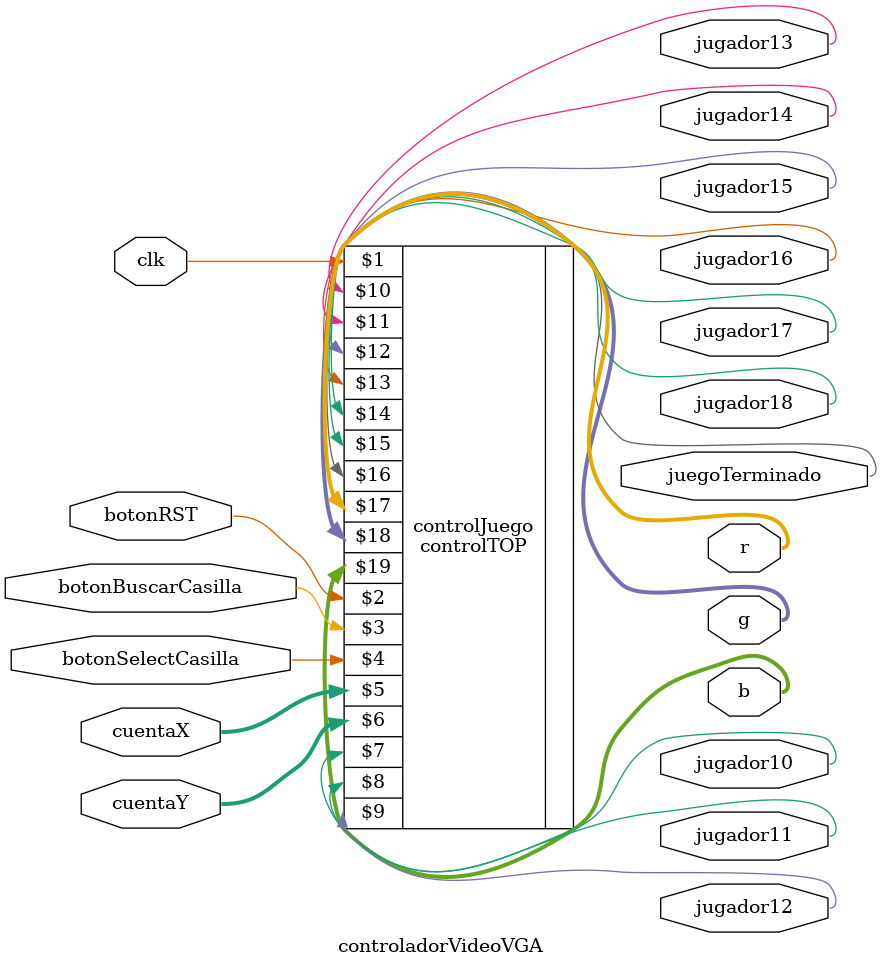
<source format=sv>
module controladorVideoVGA(
    input logic clk, botonRST, botonBuscarCasilla, botonSelectCasilla, 
    input logic [9:0] cuentaX, cuentaY, 
    output logic jugador10, jugador11, jugador12, jugador13, jugador14, jugador15, jugador16, jugador17, jugador18, juegoTerminado, 
    output logic [7:0] r, g, b);

    logic inrect1, visible_sprite1, visible_sprite2, lineas1;
	logic [3:0] contador;

    controlTOP controlJuego (clk, botonRST, botonBuscarCasilla, botonSelectCasilla, cuentaX, cuentaY, jugador10, jugador11, jugador12, jugador13, jugador14, jugador15, jugador16, jugador17, jugador18, juegoTerminado, r, g, b);

endmodule 
</source>
